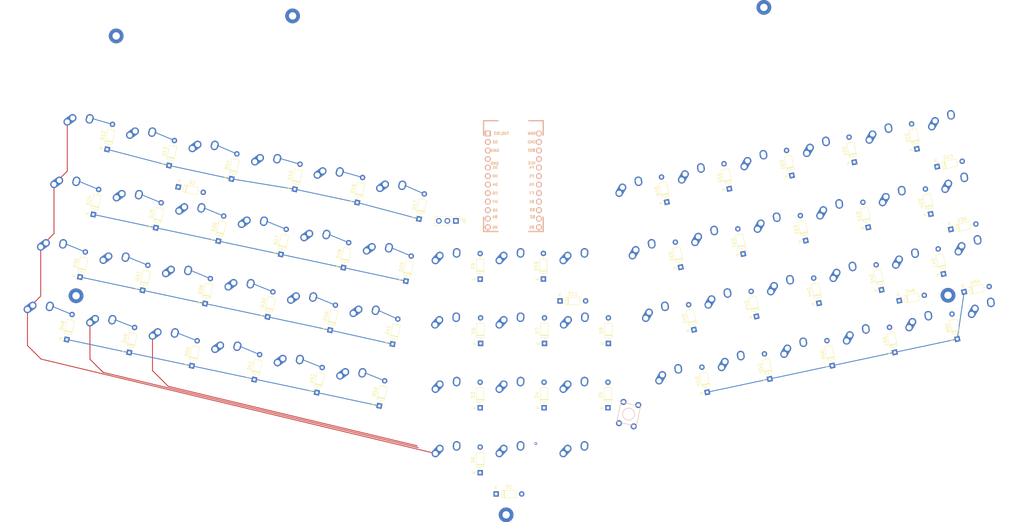
<source format=kicad_pcb>
(kicad_pcb (version 20211014) (generator pcbnew)
  (layers (0 "F.Cu" signal) (31 "B.Cu" signal) (34 "B.Paste" user) (35 "F.Paste" user) (36 "B.SilkS" user "B.Silkscreen") (37 "F.SilkS" user "F.Silkscreen") (38 "B.Mask" user) (39 "F.Mask" user) (44 "Edge.Cuts" user))
  (net 0 "")
  (net 1 "/COL0")
  (net 2 "/COL1")
  (net 3 "/COL2")
  (net 4 "/COL3")
  (net 5 "/COL4")
  (net 6 "/COL5")
  (net 7 "/COL6")
  (net 8 "/COL7")
  (net 9 "/COL8")
  (net 10 "/COL9")
  (net 11 "/COL10")
  (net 12 "/COL11")
  (net 13 "/PIN15")
  (net 14 "GND")
  (net 15 "+5V")
  (net 16 "/ROW0")
  (net 17 "/ROW1")
  (net 18 "/ROW2")
  (net 19 "/ROW3")
  (net 20 "/ROW4")
  (net 21 "Net-(D1-Pad2)")
  (net 22 "Net-(SW3-Pad2)")
  (net 23 "Net-(SW4-Pad2)")
  (net 24 "Net-(SW5-Pad2)")
  (net 25 "Net-(SW6-Pad2)")
  (net 26 "Net-(D7-Pad2)")
  (net 27 "Net-(SW9-Pad2)")
  (net 28 "Net-(SW10-Pad2)")
  (net 29 "Net-(SW11-Pad2)")
  (net 30 "Net-(SW12-Pad2)")
  (net 31 "Net-(D13-Pad2)")
  (net 32 "Net-(D14-Pad2)")
  (net 33 "Net-(D15-Pad2)")
  (net 34 "Net-(D16-Pad2)")
  (net 35 "Net-(D17-Pad2)")
  (net 36 "Net-(D18-Pad2)")
  (net 37 "Net-(D19-Pad2)")
  (net 38 "Net-(D20-Pad2)")
  (net 39 "Net-(D21-Pad2)")
  (net 40 "Net-(D22-Pad2)")
  (net 41 "Net-(D23-Pad2)")
  (net 42 "Net-(D24-Pad2)")
  (net 43 "Net-(D25-Pad2)")
  (net 44 "Net-(D26-Pad2)")
  (net 45 "Net-(D27-Pad2)")
  (net 46 "Net-(D28-Pad2)")
  (net 47 "Net-(D29-Pad2)")
  (net 48 "Net-(D30-Pad2)")
  (net 49 "Net-(D31-Pad2)")
  (net 50 "Net-(D32-Pad2)")
  (net 51 "Net-(D33-Pad2)")
  (net 52 "Net-(D34-Pad2)")
  (net 53 "Net-(D35-Pad2)")
  (net 54 "Net-(D36-Pad2)")
  (net 55 "Net-(D37-Pad2)")
  (net 56 "Net-(D38-Pad2)")
  (net 57 "Net-(D39-Pad2)")
  (net 58 "Net-(D40-Pad2)")
  (net 59 "Net-(D41-Pad2)")
  (net 60 "Net-(D42-Pad2)")
  (net 61 "Net-(D43-Pad2)")
  (net 62 "Net-(D44-Pad2)")
  (net 63 "Net-(D45-Pad2)")
  (net 64 "Net-(D46-Pad2)")
  (net 65 "Net-(D47-Pad2)")
  (net 66 "Net-(D48-Pad2)")
  (net 67 "Net-(D49-Pad2)")
  (net 68 "Net-(D50-Pad2)")
  (net 69 "Net-(D51-Pad2)")
  (net 70 "Net-(D52-Pad2)")
  (net 71 "Net-(D53-Pad2)")
  (net 72 "Net-(D54-Pad2)")
  (net 73 "Net-(D55-Pad2)")
  (net 74 "Net-(D56-Pad2)")
  (net 75 "Net-(D57-Pad2)")
  (net 76 "Net-(D58-Pad2)")
  (net 77 "Net-(D59-Pad2)")
  (net 78 "Net-(SW2-Pad2)")
  (net 79 "Net-(SW8-Pad2)")
  (net 80 "Net-(SW61-Pad1)")
  (net 81 "Net-(D0-Pad2)")
  (footprint "Diode_THT:D_DO-35_SOD27_P7.62mm_Horizontal" (layer "F.Cu") (at 193.507641 188.713011)
    (fp_text reference "D1")
    (fp_text value "1N4148")
  )
  (footprint "MX_Alps_Hybrid:MX-1U-NoLED" (layer "F.Cu") (at 298.263994 126.12257 12)
    (fp_text reference "SW45")
    (fp_text value "MX")
  )
  (footprint "Diode_THT:D_DO-35_SOD27_P7.62mm_Horizontal" (layer "F.Cu") (at 207.604641 124.641511 90)
    (fp_text reference "D10")
    (fp_text value "1N4148")
  )
  (footprint "MX_Alps_Hybrid:MX-1U-NoLED" (layer "F.Cu") (at 79.601502 122.302466 -12)
    (fp_text reference "SW37")
    (fp_text value "MX")
  )
  (footprint "Connector_PinHeader_2.54mm:PinHeader_1x03_P2.54mm_Vertical" (layer "F.Cu") (at 181.506141 107.306011 -90)
    (fp_text reference "J0")
    (fp_text value "Conn_01x03")
  )
  (footprint "Diode_THT:D_DO-35_SOD27_P7.62mm_Horizontal" (layer "F.Cu") (at 323.045987 105.274524 102)
    (fp_text reference "D34")
    (fp_text value "1N4148")
  )
  (footprint "MX_Alps_Hybrid:MX-1U-NoLED" (layer "F.Cu") (at 179.093141 140.834011)
    (fp_text reference "SW6")
    (fp_text value "MX")
  )
  (footprint "Diode_THT:D_DO-35_SOD27_P7.62mm_Horizontal" (layer "F.Cu") (at 285.778564 113.195959 102)
    (fp_text reference "D32")
    (fp_text value "1N4148")
  )
  (footprint "Diode_THT:D_DO-35_SOD27_P7.62mm_Horizontal" (layer "F.Cu") (at 330.967423 142.541948 102)
    (fp_text reference "D58")
    (fp_text value "1N4148")
  )
  (footprint "MX_Alps_Hybrid:MX-1U-NoLED" (layer "F.Cu") (at 335.531417 118.201135 12)
    (fp_text reference "SW47")
    (fp_text value "MX")
  )
  (footprint "Diode_THT:D_DO-35_SOD27_P7.62mm_Horizontal" (layer "F.Cu") (at 133.480104 97.887175 78)
    (fp_text reference "D15")
    (fp_text value "1N4148")
  )
  (footprint "" (layer "F.Cu") (at 273.304 43.688)
    (fp_text reference "")
    (fp_text value "")
  )
  (footprint "MX_Alps_Hybrid:MX-1U-NoLED" (layer "F.Cu") (at 234.441423 100.7373 12)
    (fp_text reference "SW18")
    (fp_text value "MX")
  )
  (footprint "Diode_THT:D_DO-35_SOD27_P7.62mm_Horizontal" (layer "F.Cu") (at 252.471858 139.751107 102)
    (fp_text reference "D42")
    (fp_text value "1N4148")
  )
  (footprint "Diode_THT:D_DO-35_SOD27_P7.62mm_Horizontal" (layer "F.Cu") (at 162.631457 144.036342 78)
    (fp_text reference "D41")
    (fp_text value "1N4148")
  )
  (footprint "MX_Alps_Hybrid:MX-1U-NoLED" (layer "F.Cu") (at 124.790361 92.956478 -12)
    (fp_text reference "SW15")
    (fp_text value "MX")
  )
  (footprint "MX_Alps_Hybrid:MX-1U-NoLED" (layer "F.Cu") (at 150.175632 156.779049 -12)
    (fp_text reference "SW53")
    (fp_text value "MX")
  )
  (footprint "MX_Alps_Hybrid:MX-1U-NoLED" (layer "F.Cu") (at 154.13635 138.145337 -12)
    (fp_text reference "SW41")
    (fp_text value "MX")
  )
  (footprint "Diode_THT:D_DO-35_SOD27_P7.62mm_Horizontal" (layer "F.Cu") (at 188.745141 163.027261 90)
    (fp_text reference "D3")
    (fp_text value "1N4148")
  )
  (footprint "MX_Alps_Hybrid:MX-1U-NoLED" (layer "F.Cu") (at 242.362858 138.004723 12)
    (fp_text reference "SW42")
    (fp_text value "MX")
  )
  (footprint "MX_Alps_Hybrid:MX-1U-NoLED" (layer "F.Cu") (at 253.075135 96.776582 12)
    (fp_text reference "SW19")
    (fp_text value "MX")
  )
  (footprint "MX_Alps_Hybrid:MX-1U-NoLED" (layer "F.Cu") (at 143.424073 96.917196 -12)
    (fp_text reference "SW16")
    (fp_text value "MX")
  )
  (footprint "Diode_THT:D_DO-35_SOD27_P7.62mm_Horizontal" (layer "F.Cu") (at 144.02735 139.891721 78)
    (fp_text reference "D40")
    (fp_text value "1N4148")
  )
  (footprint "MX_Alps_Hybrid:MX-1U-NoLED" (layer "F.Cu") (at 260.99657 134.044005 12)
    (fp_text reference "SW43")
    (fp_text value "MX")
  )
  (footprint "Diode_THT:D_DO-35_SOD27_P7.62mm_Horizontal" (layer "F.Cu") (at 140.076257 158.488942 78)
    (fp_text reference "D52")
    (fp_text value "1N4148")
  )
  (footprint "Diode_THT:D_DO-35_SOD27_P7.62mm_Horizontal" (layer "F.Cu") (at 275.066287 154.424101 102)
    (fp_text reference "D55")
    (fp_text value "1N4148")
  )
  (footprint "MX_Alps_Hybrid:MX-1U-NoLED" (layer "F.Cu") (at 83.56222 103.668755 -12)
    (fp_text reference "SW25")
    (fp_text value "MX")
  )
  (footprint "MX_Alps_Hybrid:MX-1U-NoLED" (layer "F.Cu") (at 271.708847 92.815864 12)
    (fp_text reference "SW20")
    (fp_text value "MX")
  )
  (footprint "Diode_THT:D_DO-35_SOD27_P7.62mm_Horizontal" (layer "F.Cu") (at 188.745141 124.673261 90)
    (fp_text reference "D9")
    (fp_text value "1N4148")
  )
  (footprint "Diode_THT:D_DO-35_SOD27_P7.62mm_Horizontal" (layer "F.Cu") (at 333.008629 128.475164 12)
    (fp_text reference "D59")
    (fp_text value "1N4148")
  )
  (footprint "Diode_THT:D_DO-35_SOD27_P7.62mm_Horizontal" (layer "F.Cu") (at 84.170857 146.550942 78)
    (fp_text reference "D49")
    (fp_text value "1N4148")
  )
  (footprint "MX_Alps_Hybrid:MX-1U-NoLED" (layer "F.Cu") (at 198.270141 140.834011)
    (fp_text reference "SW7")
    (fp_text value "MX")
  )
  (footprint "Diode_THT:D_DO-35_SOD27_P7.62mm_Horizontal" (layer "F.Cu") (at 289.739281 131.829671 102)
    (fp_text reference "D44")
    (fp_text value "1N4148")
  )
  (footprint "" (layer "F.Cu") (at 132.842 46.228)
    (fp_text reference "")
    (fp_text value "")
  )
  (footprint "MX_Alps_Hybrid:MX-1U-NoLED" (layer "F.Cu") (at 198.270141 160.011011)
    (fp_text reference "SW4")
    (fp_text value "MX")
  )
  (footprint "MX_Alps_Hybrid:MX-1U-NoLED" (layer "F.Cu") (at 279.630282 130.083288 12)
    (fp_text reference "SW44")
    (fp_text value "MX")
  )
  (footprint "Diode_THT:D_DO-35_SOD27_P7.62mm_Horizontal" (layer "F.Cu") (at 88.126215 128.009568 78)
    (fp_text reference "D37")
    (fp_text value "1N4148")
  )
  (footprint "Diode_THT:D_DO-35_SOD27_P7.62mm_Horizontal" (layer "F.Cu") (at 267.144852 117.156677 102)
    (fp_text reference "D31")
    (fp_text value "1N4148")
  )
  (footprint "Diode_THT:D_DO-35_SOD27_P7.62mm_Horizontal" (layer "F.Cu") (at 226.845141 163.027261 90)
    (fp_text reference "D5")
    (fp_text value "1N4148")
  )
  (footprint "Diode_THT:D_DO-35_SOD27_P7.62mm_Horizontal" (layer "F.Cu") (at 226.972141 143.850261 90)
    (fp_text reference "D8")
    (fp_text value "1N4148")
  )
  (footprint "Diode_THT:D_DO-35_SOD27_P7.62mm_Horizontal" (layer "F.Cu") (at 96.032657 90.823342 78)
    (fp_text reference "D13")
    (fp_text value "1N4148")
  )
  (footprint "MX_Alps_Hybrid:MX-1U-NoLED" (layer "F.Cu") (at 102.195932 107.629472 -12)
    (fp_text reference "SW26")
    (fp_text value "MX")
  )
  (footprint "MX_Alps_Hybrid:MX-1U-NoLED" (layer "F.Cu") (at 312.936988 103.528141 12)
    (fp_text reference "SW34")
    (fp_text value "MX")
  )
  (footprint "Diode_THT:D_DO-35_SOD27_P7.62mm_Horizontal" (layer "F.Cu") (at 313.667532 131.093113 12)
    (fp_text reference "D46")
    (fp_text value "1N4148")
  )
  (footprint "MX_Alps_Hybrid:MX-1U-NoLED" (layer "F.Cu") (at 246.323576 156.638435 12)
    (fp_text reference "SW54")
    (fp_text value "MX")
  )
  (footprint "Diode_THT:D_DO-35_SOD27_P7.62mm_Horizontal" (layer "F.Cu") (at 73.453221 105.415138 78)
    (fp_text reference "D24")
    (fp_text value "1N4148")
  )
  (footprint "Diode_THT:D_DO-35_SOD27_P7.62mm_Horizontal" (layer "F.Cu") (at 308.372993 127.868954 102)
    (fp_text reference "D45")
    (fp_text value "1N4148")
  )
  (footprint "MX_Alps_Hybrid:MX-1U-NoLED" (layer "F.Cu") (at 320.858423 140.795564 12)
    (fp_text reference "SW58")
    (fp_text value "MX")
  )
  (footprint "Diode_THT:D_DO-35_SOD27_P7.62mm_Horizontal" (layer "F.Cu") (at 324.963119 91.143227 12)
    (fp_text reference "D23")
    (fp_text value "1N4148")
  )
  (footprint "MX_Alps_Hybrid:MX-1U-NoLED" (layer "F.Cu") (at 217.320141 160.011011)
    (fp_text reference "SW5")
    (fp_text value "MX")
  )
  (footprint "MX_Alps_Hybrid:MX-1U-NoLED" (layer "F.Cu") (at 198.270141 121.657011)
    (fp_text reference "SW10")
    (fp_text value "MX")
  )
  (footprint "MX_Alps_Hybrid:MX-1U-NoLED" (layer "F.Cu") (at 179.220141 121.657011)
    (fp_text reference "SW9")
    (fp_text value "MX")
  )
  (footprint "MX_Alps_Hybrid:MX-1U-NoLED" (layer "F.Cu") (at 198.270141 179.188011)
    (fp_text reference "SW1")
    (fp_text value "MX")
  )
  (footprint "MX_Alps_Hybrid:MX-1U-NoLED" (layer "F.Cu") (at 94.274497 144.896896 -12)
    (fp_text reference "SW50")
    (fp_text value "MX")
  )
  (footprint "Diode_THT:D_DO-35_SOD27_P7.62mm_Horizontal" (layer "F.Cu") (at 207.795141 163.027261 90)
    (fp_text reference "D4")
    (fp_text value "1N4148")
  )
  (footprint "Diode_THT:D_DO-35_SOD27_P7.62mm_Horizontal" (layer "F.Cu") (at 121.432657 154.628142 78)
    (fp_text reference "D51")
    (fp_text value "1N4148")
  )
  (footprint "MX_Alps_Hybrid:MX-1U-NoLED" (layer "F.Cu") (at 98.235214 126.263184 -12)
    (fp_text reference "SW38")
    (fp_text value "MX")
  )
  (footprint "MX_Alps_Hybrid:MX-1U-NoLED" (layer "F.Cu") (at 139.463356 115.550908 -12)
    (fp_text reference "SW28")
    (fp_text value "MX")
  )
  (footprint "MX_Alps_Hybrid:MX-1U-NoLED" (layer "F.Cu") (at 87.522938 85.035043 -12)
    (fp_text reference "SW13")
    (fp_text value "MX")
  )
  (footprint "MX_Alps_Hybrid:MX-1U-NoLED" (layer "F.Cu") (at 302.224711 144.756282 12)
    (fp_text reference "SW57")
    (fp_text value "MX")
  )
  (footprint "MX_Alps_Hybrid:MX-1U-NoLED" (layer "F.Cu") (at 60.967791 118.341749 -12)
    (fp_text reference "SW36")
    (fp_text value "MX")
  )
  (footprint "Diode_THT:D_DO-35_SOD27_P7.62mm_Horizontal" (layer "F.Cu") (at 300.286528 89.825125 102)
    (fp_text reference "D21")
    (fp_text value "1N4148")
  )
  (footprint "" (layer "F.Cu") (at 80.264 52.197)
    (fp_text reference "")
    (fp_text value "")
  )
  (footprint "Diode_THT:D_DO-35_SOD27_P7.62mm_Horizontal" (layer "F.Cu") (at 77.578968 86.005022 78)
    (fp_text reference "D12")
    (fp_text value "1N4148")
  )
  (footprint "" (layer "F.Cu") (at 68.304288 129.638963 -12)
    (fp_text reference "")
    (fp_text value "")
  )
  (footprint "MX_Alps_Hybrid:MX-1U-NoLED" (layer "F.Cu") (at 217.320141 121.657011)
    (fp_text reference "SW11")
    (fp_text value "MX")
  )
  (footprint "MX_Alps_Hybrid:MX-1U-NoLED" (layer "F.Cu") (at 179.220141 179.188011)
    (fp_text reference "SW0")
    (fp_text value "MX")
  )
  (footprint "Diode_THT:D_DO-35_SOD27_P7.62mm_Horizontal" (layer "F.Cu") (at 65.531785 142.682562 78)
    (fp_text reference "D48")
    (fp_text value "1N4148")
  )
  (footprint "Diode_THT:D_DO-35_SOD27_P7.62mm_Horizontal" (layer "F.Cu") (at 263.019104 97.746561 102)
    (fp_text reference "D19")
    (fp_text value "1N4148")
  )
  (footprint "MX_Alps_Hybrid:MX-1U-NoLED" (layer "F.Cu") (at 135.502638 134.184619 -12)
    (fp_text reference "SW40")
    (fp_text value "MX")
  )
  (footprint "Diode_THT:D_DO-35_SOD27_P7.62mm_Horizontal" (layer "F.Cu") (at 248.51114 121.117395 102)
    (fp_text reference "D30")
    (fp_text value "1N4148")
  )
  (footprint "Diode_THT:D_DO-35_SOD27_P7.62mm_Horizontal" (layer "F.Cu") (at 114.650857 94.811142 78)
    (fp_text reference "D14")
    (fp_text value "1N4148")
  )
  (footprint "MX_Alps_Hybrid:MX-1U-NoLED" (layer "F.Cu") (at 316.897706 122.161852 12)
    (fp_text reference "SW46")
    (fp_text value "MX")
  )
  (footprint "MX_Alps_Hybrid:MX-1U-NoLED" (layer "F.Cu") (at 294.303276 107.488858 12)
    (fp_text reference "SW33")
    (fp_text value "MX")
  )
  (footprint "Diode_THT:D_DO-35_SOD27_P7.62mm_Horizontal" (layer "F.Cu") (at 166.62178 125.265742 78)
    (fp_text reference "D29")
    (fp_text value "1N4148")
  )
  (footprint "Diode_THT:D_DO-35_SOD27_P7.62mm_Horizontal" (layer "F.Cu") (at 92.086933 109.375856 78)
    (fp_text reference "D25")
    (fp_text value "1N4148")
  )
  (footprint "Diode_THT:D_DO-35_SOD27_P7.62mm_Horizontal" (layer "F.Cu") (at 102.814457 150.513342 78)
    (fp_text reference "D50")
    (fp_text value "1N4148")
  )
  (footprint "Diode_THT:D_DO-35_SOD27_P7.62mm_Horizontal" (layer "F.Cu") (at 281.652816 93.785843 102)
    (fp_text reference "D20")
    (fp_text value "1N4148")
  )
  (footprint "Diode_THT:D_DO-35_SOD27_P7.62mm_Horizontal" (layer "F.Cu") (at 158.694457 162.451342 78)
    (fp_text reference "D53")
    (fp_text value "1N4148")
  )
  (footprint "Diode_THT:D_DO-35_SOD27_P7.62mm_Horizontal" (layer "F.Cu") (at 98.759312 97.226121 -12)
    (fp_text reference "D2")
    (fp_text value "1N4148")
  )
  (footprint "MX_Alps_Hybrid:MX-1U-NoLED" (layer "F.Cu") (at 331.5707 99.567423 12)
    (fp_text reference "SW35")
    (fp_text value "MX")
  )
  (footprint "MX_Alps_Hybrid:MX-1U-NoLED" (layer "F.Cu") (at 217.447141 140.834011)
    (fp_text reference "SW8")
    (fp_text value "MX")
  )
  (footprint "Diode_THT:D_DO-35_SOD27_P7.62mm_Horizontal" (layer "F.Cu") (at 69.492503 124.04885 78)
    (fp_text reference "D36")
    (fp_text value "1N4148")
  )
  (footprint "Diode_THT:D_DO-35_SOD27_P7.62mm_Horizontal" (layer "F.Cu") (at 207.922141 143.850261 90)
    (fp_text reference "D7")
    (fp_text value "1N4148")
  )
  (footprint "MX_Alps_Hybrid:MX-1U-NoLED" (layer "F.Cu") (at 327.609982 80.933711 12)
    (fp_text reference "SW23")
    (fp_text value "MX")
  )
  (footprint "MX_Alps_Hybrid:MX-1U-NoLED" (layer "F.Cu") (at 64.928508 99.708037 -12)
    (fp_text reference "SW24")
    (fp_text value "MX")
  )
  (footprint "MX_Alps_Hybrid:MX-1U-NoLED" (layer "F.Cu") (at 179.220141 160.011011)
    (fp_text reference "SW3")
    (fp_text value "MX")
  )
  (footprint "MX_Alps_Hybrid:MX-1U-NoLED" (layer "F.Cu") (at 238.402141 119.371011 12)
    (fp_text reference "SW30")
    (fp_text value "MX")
  )
  (footprint "MX_Alps_Hybrid:MX-1U-NoLED" (layer "F.Cu") (at 75.640785 140.936178 -12)
    (fp_text reference "SW49")
    (fp_text value "MX")
  )
  (footprint "MX_Alps_Hybrid:MX-1U-NoLED" (layer "F.Cu") (at 57.007073 136.97546 -12)
    (fp_text reference "SW48")
    (fp_text value "MX")
  )
  (footprint "MX_Alps_Hybrid:MX-1U-NoLED" (layer "F.Cu") (at 158.097067 119.511625 -12)
    (fp_text reference "SW29")
    (fp_text value "MX")
  )
  (footprint "" (layer "F.Cu") (at 328.19492 129.498349 12)
    (fp_text reference "")
    (fp_text value "")
  )
  (footprint "Diode_THT:D_DO-35_SOD27_P7.62mm_Horizontal" (layer "F.Cu") (at 147.988068 121.258009 78)
    (fp_text reference "D28")
    (fp_text value "1N4148")
  )
  (footprint "MX_Alps_Hybrid:MX-1U-NoLED" (layer "F.Cu") (at 275.669564 111.449576 12)
    (fp_text reference "SW32")
    (fp_text value "MX")
  )
  (footprint "MX_Alps_Hybrid:MX-1U-NoLED" (layer "F.Cu") (at 162.057785 100.877914 -12)
    (fp_text reference "SW17")
    (fp_text value "MX")
  )
  (footprint "Diode_THT:D_DO-35_SOD27_P7.62mm_Horizontal" (layer "F.Cu") (at 152.113816 101.847892 78)
    (fp_text reference "D16")
    (fp_text value "1N4148")
  )
  (footprint "MX_Alps_Hybrid:MX-1U-NoLED" (layer "F.Cu") (at 339.492135 136.834846 12)
    (fp_text reference "SW59")
    (fp_text value "MX")
  )
  (footprint "Diode_THT:D_DO-35_SOD27_P7.62mm_Horizontal" (layer "F.Cu") (at 244.385392 101.707278 102)
    (fp_text reference "D18")
    (fp_text value "1N4148")
  )
  (footprint "Diode_THT:D_DO-35_SOD27_P7.62mm_Horizontal" (layer "F.Cu") (at 312.333711 146.502665 102)
    (fp_text reference "D57")
    (fp_text value "1N4148")
  )
  (footprint "Diode_THT:D_DO-35_SOD27_P7.62mm_Horizontal" (layer "F.Cu") (at 304.412275 109.235242 102)
    (fp_text reference "D33")
    (fp_text value "1N4148")
  )
  (footprint "Diode_THT:D_DO-35_SOD27_P7.62mm_Horizontal" (layer "F.Cu") (at 125.393638 135.931003 78)
    (fp_text reference "D39")
    (fp_text value "1N4148")
  )
  (footprint "Diode_THT:D_DO-35_SOD27_P7.62mm_Horizontal" (layer "F.Cu") (at 110.720644 113.336573 78)
    (fp_text reference "D26")
    (fp_text value "1N4148")
  )
  (footprint "MX_Alps_Hybrid:MX-1U-NoLED" (layer "F.Cu") (at 116.868926 130.223902 -12)
    (fp_text reference "SW39")
    (fp_text value "MX")
  )
  (footprint "Diode_THT:D_DO-35_SOD27_P7.62mm_Horizontal" (layer "F.Cu") (at 329.047911 109.841452 12)
    (fp_text reference "D35")
    (fp_text value "1N4148")
  )
  (footprint "MX_Alps_Hybrid:MX-1U-NoLED" (layer "F.Cu") (at 131.54192 152.818331 -12)
    (fp_text reference "SW52")
    (fp_text value "MX")
  )
  (footprint "Keebio-Parts:ArduinoProMicro" (layer "F.Cu") (at 198.651141 95.241011 -90)
    (fp_text reference "U0" hide)
    (fp_text value "Sparkfun_Pro_Micro" hide)
  )
  (footprint "Diode_THT:D_DO-35_SOD27_P7.62mm_Horizontal" (layer "F.Cu") (at 188.872141 143.850261 90)
    (fp_text reference "D6")
    (fp_text value "1N4148")
  )
  (footprint "Diode_THT:D_DO-35_SOD27_P7.62mm_Horizontal" (layer "F.Cu") (at 256.432576 158.384818 102)
    (fp_text reference "D54")
    (fp_text value "1N4148")
  )
  (footprint "Diode_THT:D_DO-35_SOD27_P7.62mm_Horizontal" (layer "F.Cu") (at 188.745141 182.363011 90)
    (fp_text reference "D0")
    (fp_text value "1N4148")
  )
  (footprint "Diode_THT:D_DO-35_SOD27_P7.62mm_Horizontal" (layer "F.Cu") (at 293.699999 150.463383 102)
    (fp_text reference "D56")
    (fp_text value "1N4148")
  )
  (footprint "Diode_THT:D_DO-35_SOD27_P7.62mm_Horizontal" (layer "F.Cu") (at 212.557641 131.182011)
    (fp_text reference "D11")
    (fp_text value "1N4148")
  )
  (footprint "Diode_THT:D_DO-35_SOD27_P7.62mm_Horizontal" (layer "F.Cu") (at 129.354356 117.297291 78)
    (fp_text reference "D27")
    (fp_text value "1N4148")
  )
  (footprint "Diode_THT:D_DO-35_SOD27_P7.62mm_Horizontal" (layer "F.Cu") (at 106.759927 131.970285 78)
    (fp_text reference "D38")
    (fp_text value "1N4148")
  )
  (footprint "Diode_THT:D_DO-35_SOD27_P7.62mm_Horizontal" (layer "F.Cu") (at 170.530857 106.749142 78)
    (fp_text reference "D17")
    (fp_text value "1N4148")
  )
  (footprint "MX_Alps_Hybrid:MX-1U-NoLED" (layer "F.Cu") (at 120.829644 111.59019 -12)
    (fp_text reference "SW27")
    (fp_text value "MX")
  )
  (footprint "MX_Alps_Hybrid:MX-1U-NoLED" (layer "F.Cu") (at 264.957288 152.677717 12)
    (fp_text reference "SW55")
    (fp_text value "MX")
  )
  (footprint "" (layer "F.Cu") (at 196.492141 194.936011)
    (fp_text reference "")
    (fp_text value "")
  )
  (footprint "Diode_THT:D_DO-35_SOD27_P7.62mm_Horizontal" (layer "F.Cu") (at 318.92024 85.864408 102)
    (fp_text reference "D22")
    (fp_text value "1N4148")
  )
  (footprint "Diode_THT:D_DO-35_SOD27_P7.62mm_Horizontal" (layer "F.Cu") (at 271.10557 135.790389 102)
    (fp_text reference "D43")
    (fp_text value "1N4148")
  )
  (footprint "MX_Alps_Hybrid:MX-1U-NoLED" (layer "F.Cu") (at 308.97627 84.894429 12)
    (fp_text reference "SW22")
    (fp_text value "MX")
  )
  (footprint "Diode_THT:D_DO-35_SOD27_P7.62mm_Horizontal" (layer "F.Cu") (at 326.841675 123.131831 102)
    (fp_text reference "D47")
    (fp_text value "1N4148")
  )
  (footprint "MX_Alps_Hybrid:MX-1U-NoLED" (layer "F.Cu") (at 68.889226 81.074325 -12)
    (fp_text reference "SW12")
    (fp_text value "MX")
  )
  (footprint "MX_Alps_Hybrid:MX-1U-NoLED" (layer "F.Cu") (at 283.591 148.717 12)
    (fp_text reference "SW56")
    (fp_text value "MX")
  )
  (footprint "MX_Alps_Hybrid:MX-1U-NoLED" (layer "F.Cu") (at 106.15665 88.99576 -12)
    (fp_text reference "SW14")
    (fp_text value "MX")
  )
  (footprint "MX_Alps_Hybrid:MX-1U-NoLED" (layer "F.Cu") (at 112.908208 148.857614 -12)
    (fp_text reference "SW51")
    (fp_text value "MX")
  )
  (footprint "MX_Alps_Hybrid:MX-1U-NoLED" (layer "F.Cu") (at 217.320141 179.188011)
    (fp_text reference "SW2")
    (fp_text value "MX")
  )
  (footprint "MX_Alps_Hybrid:MX-1U-NoLED" (layer "F.Cu") (at 290.342558 88.855146 12)
    (fp_text reference "SW21")
    (fp_text value "MX")
  )
  (footprint "MX_Alps_Hybrid:MX-1U-NoLED" (layer "F.Cu") (at 257.035852 115.410294 12)
    (fp_text reference "SW31")
    (fp_text value "MX")
  )
  (footprint "Molex-0548190589:PushButton_6x6mm_TH_Pretty" (layer "B.Cu") (at 232.9942 164.9222 78)
    (fp_text reference "SW61")
    (fp_text value "MX")
  )
  (segment (start 57.769144 129.738104) (end 53.808426 133.698822) (width 0.25) (layer "F.Cu") (net 1))
  (segment (start 53.808426 133.698822) (end 53.808426 144.461026) (width 0.25) (layer "F.Cu") (net 1))
  (segment (start 65.690579 92.470681) (end 61.729861 96.431399) (width 0.25) (layer "F.Cu") (net 1))
  (segment (start 53.808426 144.461026) (end 57.8612 148.5138) (width 0.25) (layer "F.Cu") (net 1))
  (segment (start 57.8612 148.5138) (end 175.410141 176.648011) (width 0.25) (layer "F.Cu") (net 1))
  (segment (start 57.769144 115.065111) (end 57.769144 129.738104) (width 0.25) (layer "F.Cu") (net 1))
  (segment (start 55.393351 132.54309) (end 54.268351 133.66809) (width 0.25) (layer "F.Cu") (net 1))
  (segment (start 61.729861 96.431399) (end 61.729861 111.104394) (width 0.25) (layer "F.Cu") (net 1))
  (segment (start 61.729861 111.104394) (end 57.769144 115.065111) (width 0.25) (layer "F.Cu") (net 1))
  (segment (start 65.690579 77.797687) (end 65.690579 92.470681) (width 0.25) (layer "F.Cu") (net 1))
  (via (at 205.336967 173.708685) (size 0.8) (drill 0.4) (layers "F.Cu" "B.Cu") (net 1))
  (segment (start 76.3778 152.4762) (end 75.6539 151.7523) (width 0.25) (layer "F.Cu") (net 2))
  (segment (start 72.442138 137.65954) (end 72.442138 148.540538) (width 0.25) (layer "F.Cu") (net 2))
  (segment (start 72.442138 148.540538) (end 76.3778 152.4762) (width 0.25) (layer "F.Cu") (net 2))
  (segment (start 76.3778 152.4762) (end 170.2816 174.9044) (width 0.25) (layer "F.Cu") (net 2))
  (segment (start 95.7834 156.6418) (end 170.0022 174.371) (width 0.25) (layer "F.Cu") (net 3))
  (segment (start 91.07585 141.620258) (end 91.07585 151.93425) (width 0.25) (layer "F.Cu") (net 3))
  (segment (start 91.07585 151.93425) (end 95.7834 156.6418) (width 0.25) (layer "F.Cu") (net 3))
  (segment (start 96.032657 90.823342) (end 77.578968 86.005022) (width 0.25) (layer "B.Cu") (net 17))
  (segment (start 170.530857 106.749142) (end 152.113816 101.847892) (width 0.25) (layer "B.Cu") (net 17))
  (segment (start 152.113816 101.847892) (end 133.480104 97.887175) (width 0.25) (layer "B.Cu") (net 17))
  (segment (start 114.650857 94.811142) (end 96.032657 90.823342) (width 0.25) (layer "B.Cu") (net 17))
  (segment (start 114.650857 94.811142) (end 133.480104 97.887175) (width 0.25) (layer "B.Cu") (net 17))
  (segment (start 73.453221 105.415138) (end 92.086933 109.375856) (width 0.25) (layer "B.Cu") (net 18))
  (segment (start 129.354356 117.297291) (end 147.988068 121.258009) (width 0.25) (layer "B.Cu") (net 18))
  (segment (start 147.988068 121.258009) (end 166.62178 125.265742) (width 0.25) (layer "B.Cu") (net 18))
  (segment (start 110.720644 113.336573) (end 129.354356 117.297291) (width 0.25) (layer "B.Cu") (net 18))
  (segment (start 92.086933 109.375856) (end 110.720644 113.336573) (width 0.25) (layer "B.Cu") (net 18))
  (segment (start 69.492503 124.04885) (end 88.126215 128.009568) (width 0.25) (layer "B.Cu") (net 19))
  (segment (start 88.126215 128.009568) (end 106.759927 131.970285) (width 0.25) (layer "B.Cu") (net 19))
  (segment (start 106.759927 131.970285) (end 125.393638 135.931003) (width 0.25) (layer "B.Cu") (net 19))
  (segment (start 125.393638 135.931003) (end 144.02735 139.891721) (width 0.25) (layer "B.Cu") (net 19))
  (segment (start 144.02735 139.891721) (end 162.631457 144.036342) (width 0.25) (layer "B.Cu") (net 19))
  (segment (start 140.076257 158.488942) (end 158.694457 162.451342) (width 0.25) (layer "B.Cu") (net 20))
  (segment (start 65.531785 142.682562) (end 84.321799 146.643279) (width 0.25) (layer "B.Cu") (net 20))
  (segment (start 333.008629 128.475164) (end 330.967423 142.541948) (width 0.25) (layer "B.Cu") (net 20))
  (segment (start 103.111813 150.603997) (end 121.901827 154.564715) (width 0.25) (layer "B.Cu") (net 20))
  (segment (start 103.111813 150.603997) (end 84.321799 146.643279) (width 0.25) (layer "B.Cu") (net 20))
  (segment (start 312.333711 146.502665) (end 256.432576 158.384818) (width 0.25) (layer "B.Cu") (net 20))
  (segment (start 330.967423 142.541948) (end 312.333711 146.502665) (width 0.25) (layer "B.Cu") (net 20))
  (segment (start 121.901827 154.564715) (end 140.691841 158.525432) (width 0.25) (layer "B.Cu") (net 20))
  (segment (start 97.616944 83.369857) (end 91.063624 80.594149) (width 0.25) (layer "B.Cu") (net 31))
  (segment (start 116.235144 87.357657) (end 109.697336 84.554866) (width 0.25) (layer "B.Cu") (net 32))
  (segment (start 135.064391 90.43369) (end 128.331047 88.515584) (width 0.25) (layer "B.Cu") (net 33))
  (segment (start 153.698103 94.394407) (end 146.964759 92.476302) (width 0.25) (layer "B.Cu") (net 34))
  (segment (start 172.115144 99.295657) (end 165.598471 96.43702) (width 0.25) (layer "B.Cu") (net 35))
  (segment (start 68.469194 95.267143) (end 75.037508 97.961653) (width 0.25) (layer "B.Cu") (net 42))
  (segment (start 87.102906 99.227861) (end 93.67122 101.922371) (width 0.25) (layer "B.Cu") (net 43))
  (segment (start 105.736618 103.188578) (end 112.304931 105.883088) (width 0.25) (layer "B.Cu") (net 44))
  (segment (start 124.37033 107.149296) (end 130.938643 109.843806) (width 0.25) (layer "B.Cu") (net 45))
  (segment (start 143.004042 111.110014) (end 149.572355 113.804524) (width 0.25) (layer "B.Cu") (net 46))
  (segment (start 161.637753 115.070731) (end 168.206067 117.812257) (width 0.25) (layer "B.Cu") (net 47))
  (segment (start 64.508477 113.900855) (end 71.07679 116.595365) (width 0.25) (layer "B.Cu") (net 54))
  (segment (start 83.142188 117.861572) (end 89.710502 120.556083) (width 0.25) (layer "B.Cu") (net 55))
  (segment (start 101.7759 121.82229) (end 108.344214 124.5168) (width 0.25) (layer "B.Cu") (net 56))
  (segment (start 120.409612 125.783008) (end 126.977925 128.477518) (width 0.25) (layer "B.Cu") (net 57))
  (segment (start 139.043324 129.743725) (end 145.611637 132.438236) (width 0.25) (layer "B.Cu") (net 58))
  (segment (start 157.677036 133.704443) (end 164.215744 136.582857) (width 0.25) (layer "B.Cu") (net 59))
  (segment (start 60.547759 132.534566) (end 67.116072 135.229077) (width 0.25) (layer "B.Cu") (net 66))
  (segment (start 79.181471 136.495284) (end 85.755144 139.097457) (width 0.25) (layer "B.Cu") (net 67))
  (segment (start 97.815183 140.456002) (end 104.398744 143.059857) (width 0.25) (layer "B.Cu") (net 68))
  (segment (start 116.448894 144.41672) (end 123.016944 147.174657) (width 0.25) (layer "B.Cu") (net 69))
  (segment (start 135.082606 148.377437) (end 141.660544 151.035457) (width 0.25) (layer "B.Cu") (net 70))
  (segment (start 153.716318 152.338155) (end 160.278744 154.997857) (width 0.25) (layer "B.Cu") (net 71))
  (segment (start 79.163255 78.551537) (end 72.429912 76.633431) (width 0.25) (layer "B.Cu") (net 81))
)
</source>
